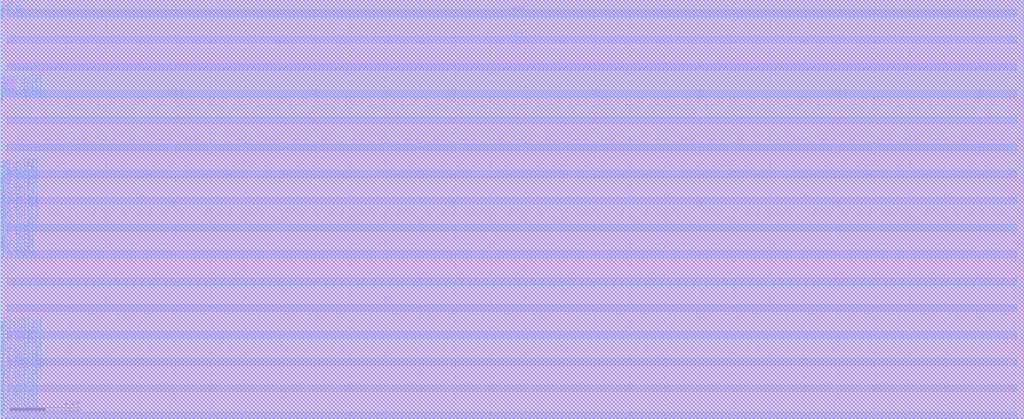
<source format=lef>
# Generated by FakeRAM 2.0
VERSION 5.7 ;
BUSBITCHARS "[]" ;
PROPERTYDEFINITIONS
  MACRO width INTEGER ;
  MACRO depth INTEGER ;
  MACRO banks INTEGER ;
END PROPERTYDEFINITIONS
MACRO fakeram7_64x28
  PROPERTY width 28 ;
  PROPERTY depth 64 ;
  PROPERTY banks 4 ;
  FOREIGN fakeram7_64x28 0 0 ;
  SYMMETRY X Y R90 ;
  SIZE 14.630 BY 6.000 ;
  CLASS BLOCK ;
  PIN rd_out[0]
    DIRECTION OUTPUT ;
    USE SIGNAL ;
    SHAPE ABUTMENT ;
    PORT
      LAYER M4 ;
      RECT 0.000 0.048 0.036 0.072 ;
    END
  END rd_out[0]
  PIN rd_out[1]
    DIRECTION OUTPUT ;
    USE SIGNAL ;
    SHAPE ABUTMENT ;
    PORT
      LAYER M4 ;
      RECT 0.000 0.096 0.036 0.120 ;
    END
  END rd_out[1]
  PIN rd_out[2]
    DIRECTION OUTPUT ;
    USE SIGNAL ;
    SHAPE ABUTMENT ;
    PORT
      LAYER M4 ;
      RECT 0.000 0.144 0.036 0.168 ;
    END
  END rd_out[2]
  PIN rd_out[3]
    DIRECTION OUTPUT ;
    USE SIGNAL ;
    SHAPE ABUTMENT ;
    PORT
      LAYER M4 ;
      RECT 0.000 0.192 0.036 0.216 ;
    END
  END rd_out[3]
  PIN rd_out[4]
    DIRECTION OUTPUT ;
    USE SIGNAL ;
    SHAPE ABUTMENT ;
    PORT
      LAYER M4 ;
      RECT 0.000 0.240 0.036 0.264 ;
    END
  END rd_out[4]
  PIN rd_out[5]
    DIRECTION OUTPUT ;
    USE SIGNAL ;
    SHAPE ABUTMENT ;
    PORT
      LAYER M4 ;
      RECT 0.000 0.288 0.036 0.312 ;
    END
  END rd_out[5]
  PIN rd_out[6]
    DIRECTION OUTPUT ;
    USE SIGNAL ;
    SHAPE ABUTMENT ;
    PORT
      LAYER M4 ;
      RECT 0.000 0.336 0.036 0.360 ;
    END
  END rd_out[6]
  PIN rd_out[7]
    DIRECTION OUTPUT ;
    USE SIGNAL ;
    SHAPE ABUTMENT ;
    PORT
      LAYER M4 ;
      RECT 0.000 0.384 0.036 0.408 ;
    END
  END rd_out[7]
  PIN rd_out[8]
    DIRECTION OUTPUT ;
    USE SIGNAL ;
    SHAPE ABUTMENT ;
    PORT
      LAYER M4 ;
      RECT 0.000 0.432 0.036 0.456 ;
    END
  END rd_out[8]
  PIN rd_out[9]
    DIRECTION OUTPUT ;
    USE SIGNAL ;
    SHAPE ABUTMENT ;
    PORT
      LAYER M4 ;
      RECT 0.000 0.480 0.036 0.504 ;
    END
  END rd_out[9]
  PIN rd_out[10]
    DIRECTION OUTPUT ;
    USE SIGNAL ;
    SHAPE ABUTMENT ;
    PORT
      LAYER M4 ;
      RECT 0.000 0.528 0.036 0.552 ;
    END
  END rd_out[10]
  PIN rd_out[11]
    DIRECTION OUTPUT ;
    USE SIGNAL ;
    SHAPE ABUTMENT ;
    PORT
      LAYER M4 ;
      RECT 0.000 0.576 0.036 0.600 ;
    END
  END rd_out[11]
  PIN rd_out[12]
    DIRECTION OUTPUT ;
    USE SIGNAL ;
    SHAPE ABUTMENT ;
    PORT
      LAYER M4 ;
      RECT 0.000 0.624 0.036 0.648 ;
    END
  END rd_out[12]
  PIN rd_out[13]
    DIRECTION OUTPUT ;
    USE SIGNAL ;
    SHAPE ABUTMENT ;
    PORT
      LAYER M4 ;
      RECT 0.000 0.672 0.036 0.696 ;
    END
  END rd_out[13]
  PIN rd_out[14]
    DIRECTION OUTPUT ;
    USE SIGNAL ;
    SHAPE ABUTMENT ;
    PORT
      LAYER M4 ;
      RECT 0.000 0.720 0.036 0.744 ;
    END
  END rd_out[14]
  PIN rd_out[15]
    DIRECTION OUTPUT ;
    USE SIGNAL ;
    SHAPE ABUTMENT ;
    PORT
      LAYER M4 ;
      RECT 0.000 0.768 0.036 0.792 ;
    END
  END rd_out[15]
  PIN rd_out[16]
    DIRECTION OUTPUT ;
    USE SIGNAL ;
    SHAPE ABUTMENT ;
    PORT
      LAYER M4 ;
      RECT 0.000 0.816 0.036 0.840 ;
    END
  END rd_out[16]
  PIN rd_out[17]
    DIRECTION OUTPUT ;
    USE SIGNAL ;
    SHAPE ABUTMENT ;
    PORT
      LAYER M4 ;
      RECT 0.000 0.864 0.036 0.888 ;
    END
  END rd_out[17]
  PIN rd_out[18]
    DIRECTION OUTPUT ;
    USE SIGNAL ;
    SHAPE ABUTMENT ;
    PORT
      LAYER M4 ;
      RECT 0.000 0.912 0.036 0.936 ;
    END
  END rd_out[18]
  PIN rd_out[19]
    DIRECTION OUTPUT ;
    USE SIGNAL ;
    SHAPE ABUTMENT ;
    PORT
      LAYER M4 ;
      RECT 0.000 0.960 0.036 0.984 ;
    END
  END rd_out[19]
  PIN rd_out[20]
    DIRECTION OUTPUT ;
    USE SIGNAL ;
    SHAPE ABUTMENT ;
    PORT
      LAYER M4 ;
      RECT 0.000 1.008 0.036 1.032 ;
    END
  END rd_out[20]
  PIN rd_out[21]
    DIRECTION OUTPUT ;
    USE SIGNAL ;
    SHAPE ABUTMENT ;
    PORT
      LAYER M4 ;
      RECT 0.000 1.056 0.036 1.080 ;
    END
  END rd_out[21]
  PIN rd_out[22]
    DIRECTION OUTPUT ;
    USE SIGNAL ;
    SHAPE ABUTMENT ;
    PORT
      LAYER M4 ;
      RECT 0.000 1.104 0.036 1.128 ;
    END
  END rd_out[22]
  PIN rd_out[23]
    DIRECTION OUTPUT ;
    USE SIGNAL ;
    SHAPE ABUTMENT ;
    PORT
      LAYER M4 ;
      RECT 0.000 1.152 0.036 1.176 ;
    END
  END rd_out[23]
  PIN rd_out[24]
    DIRECTION OUTPUT ;
    USE SIGNAL ;
    SHAPE ABUTMENT ;
    PORT
      LAYER M4 ;
      RECT 0.000 1.200 0.036 1.224 ;
    END
  END rd_out[24]
  PIN rd_out[25]
    DIRECTION OUTPUT ;
    USE SIGNAL ;
    SHAPE ABUTMENT ;
    PORT
      LAYER M4 ;
      RECT 0.000 1.248 0.036 1.272 ;
    END
  END rd_out[25]
  PIN rd_out[26]
    DIRECTION OUTPUT ;
    USE SIGNAL ;
    SHAPE ABUTMENT ;
    PORT
      LAYER M4 ;
      RECT 0.000 1.296 0.036 1.320 ;
    END
  END rd_out[26]
  PIN rd_out[27]
    DIRECTION OUTPUT ;
    USE SIGNAL ;
    SHAPE ABUTMENT ;
    PORT
      LAYER M4 ;
      RECT 0.000 1.344 0.036 1.368 ;
    END
  END rd_out[27]
  PIN wd_in[0]
    DIRECTION INPUT ;
    USE SIGNAL ;
    SHAPE ABUTMENT ;
    PORT
      LAYER M4 ;
      RECT 0.000 2.304 0.036 2.328 ;
    END
  END wd_in[0]
  PIN wd_in[1]
    DIRECTION INPUT ;
    USE SIGNAL ;
    SHAPE ABUTMENT ;
    PORT
      LAYER M4 ;
      RECT 0.000 2.352 0.036 2.376 ;
    END
  END wd_in[1]
  PIN wd_in[2]
    DIRECTION INPUT ;
    USE SIGNAL ;
    SHAPE ABUTMENT ;
    PORT
      LAYER M4 ;
      RECT 0.000 2.400 0.036 2.424 ;
    END
  END wd_in[2]
  PIN wd_in[3]
    DIRECTION INPUT ;
    USE SIGNAL ;
    SHAPE ABUTMENT ;
    PORT
      LAYER M4 ;
      RECT 0.000 2.448 0.036 2.472 ;
    END
  END wd_in[3]
  PIN wd_in[4]
    DIRECTION INPUT ;
    USE SIGNAL ;
    SHAPE ABUTMENT ;
    PORT
      LAYER M4 ;
      RECT 0.000 2.496 0.036 2.520 ;
    END
  END wd_in[4]
  PIN wd_in[5]
    DIRECTION INPUT ;
    USE SIGNAL ;
    SHAPE ABUTMENT ;
    PORT
      LAYER M4 ;
      RECT 0.000 2.544 0.036 2.568 ;
    END
  END wd_in[5]
  PIN wd_in[6]
    DIRECTION INPUT ;
    USE SIGNAL ;
    SHAPE ABUTMENT ;
    PORT
      LAYER M4 ;
      RECT 0.000 2.592 0.036 2.616 ;
    END
  END wd_in[6]
  PIN wd_in[7]
    DIRECTION INPUT ;
    USE SIGNAL ;
    SHAPE ABUTMENT ;
    PORT
      LAYER M4 ;
      RECT 0.000 2.640 0.036 2.664 ;
    END
  END wd_in[7]
  PIN wd_in[8]
    DIRECTION INPUT ;
    USE SIGNAL ;
    SHAPE ABUTMENT ;
    PORT
      LAYER M4 ;
      RECT 0.000 2.688 0.036 2.712 ;
    END
  END wd_in[8]
  PIN wd_in[9]
    DIRECTION INPUT ;
    USE SIGNAL ;
    SHAPE ABUTMENT ;
    PORT
      LAYER M4 ;
      RECT 0.000 2.736 0.036 2.760 ;
    END
  END wd_in[9]
  PIN wd_in[10]
    DIRECTION INPUT ;
    USE SIGNAL ;
    SHAPE ABUTMENT ;
    PORT
      LAYER M4 ;
      RECT 0.000 2.784 0.036 2.808 ;
    END
  END wd_in[10]
  PIN wd_in[11]
    DIRECTION INPUT ;
    USE SIGNAL ;
    SHAPE ABUTMENT ;
    PORT
      LAYER M4 ;
      RECT 0.000 2.832 0.036 2.856 ;
    END
  END wd_in[11]
  PIN wd_in[12]
    DIRECTION INPUT ;
    USE SIGNAL ;
    SHAPE ABUTMENT ;
    PORT
      LAYER M4 ;
      RECT 0.000 2.880 0.036 2.904 ;
    END
  END wd_in[12]
  PIN wd_in[13]
    DIRECTION INPUT ;
    USE SIGNAL ;
    SHAPE ABUTMENT ;
    PORT
      LAYER M4 ;
      RECT 0.000 2.928 0.036 2.952 ;
    END
  END wd_in[13]
  PIN wd_in[14]
    DIRECTION INPUT ;
    USE SIGNAL ;
    SHAPE ABUTMENT ;
    PORT
      LAYER M4 ;
      RECT 0.000 2.976 0.036 3.000 ;
    END
  END wd_in[14]
  PIN wd_in[15]
    DIRECTION INPUT ;
    USE SIGNAL ;
    SHAPE ABUTMENT ;
    PORT
      LAYER M4 ;
      RECT 0.000 3.024 0.036 3.048 ;
    END
  END wd_in[15]
  PIN wd_in[16]
    DIRECTION INPUT ;
    USE SIGNAL ;
    SHAPE ABUTMENT ;
    PORT
      LAYER M4 ;
      RECT 0.000 3.072 0.036 3.096 ;
    END
  END wd_in[16]
  PIN wd_in[17]
    DIRECTION INPUT ;
    USE SIGNAL ;
    SHAPE ABUTMENT ;
    PORT
      LAYER M4 ;
      RECT 0.000 3.120 0.036 3.144 ;
    END
  END wd_in[17]
  PIN wd_in[18]
    DIRECTION INPUT ;
    USE SIGNAL ;
    SHAPE ABUTMENT ;
    PORT
      LAYER M4 ;
      RECT 0.000 3.168 0.036 3.192 ;
    END
  END wd_in[18]
  PIN wd_in[19]
    DIRECTION INPUT ;
    USE SIGNAL ;
    SHAPE ABUTMENT ;
    PORT
      LAYER M4 ;
      RECT 0.000 3.216 0.036 3.240 ;
    END
  END wd_in[19]
  PIN wd_in[20]
    DIRECTION INPUT ;
    USE SIGNAL ;
    SHAPE ABUTMENT ;
    PORT
      LAYER M4 ;
      RECT 0.000 3.264 0.036 3.288 ;
    END
  END wd_in[20]
  PIN wd_in[21]
    DIRECTION INPUT ;
    USE SIGNAL ;
    SHAPE ABUTMENT ;
    PORT
      LAYER M4 ;
      RECT 0.000 3.312 0.036 3.336 ;
    END
  END wd_in[21]
  PIN wd_in[22]
    DIRECTION INPUT ;
    USE SIGNAL ;
    SHAPE ABUTMENT ;
    PORT
      LAYER M4 ;
      RECT 0.000 3.360 0.036 3.384 ;
    END
  END wd_in[22]
  PIN wd_in[23]
    DIRECTION INPUT ;
    USE SIGNAL ;
    SHAPE ABUTMENT ;
    PORT
      LAYER M4 ;
      RECT 0.000 3.408 0.036 3.432 ;
    END
  END wd_in[23]
  PIN wd_in[24]
    DIRECTION INPUT ;
    USE SIGNAL ;
    SHAPE ABUTMENT ;
    PORT
      LAYER M4 ;
      RECT 0.000 3.456 0.036 3.480 ;
    END
  END wd_in[24]
  PIN wd_in[25]
    DIRECTION INPUT ;
    USE SIGNAL ;
    SHAPE ABUTMENT ;
    PORT
      LAYER M4 ;
      RECT 0.000 3.504 0.036 3.528 ;
    END
  END wd_in[25]
  PIN wd_in[26]
    DIRECTION INPUT ;
    USE SIGNAL ;
    SHAPE ABUTMENT ;
    PORT
      LAYER M4 ;
      RECT 0.000 3.552 0.036 3.576 ;
    END
  END wd_in[26]
  PIN wd_in[27]
    DIRECTION INPUT ;
    USE SIGNAL ;
    SHAPE ABUTMENT ;
    PORT
      LAYER M4 ;
      RECT 0.000 3.600 0.036 3.624 ;
    END
  END wd_in[27]
  PIN addr_in[0]
    DIRECTION INPUT ;
    USE SIGNAL ;
    SHAPE ABUTMENT ;
    PORT
      LAYER M4 ;
      RECT 0.000 4.560 0.036 4.584 ;
    END
  END addr_in[0]
  PIN addr_in[1]
    DIRECTION INPUT ;
    USE SIGNAL ;
    SHAPE ABUTMENT ;
    PORT
      LAYER M4 ;
      RECT 0.000 4.608 0.036 4.632 ;
    END
  END addr_in[1]
  PIN addr_in[2]
    DIRECTION INPUT ;
    USE SIGNAL ;
    SHAPE ABUTMENT ;
    PORT
      LAYER M4 ;
      RECT 0.000 4.656 0.036 4.680 ;
    END
  END addr_in[2]
  PIN addr_in[3]
    DIRECTION INPUT ;
    USE SIGNAL ;
    SHAPE ABUTMENT ;
    PORT
      LAYER M4 ;
      RECT 0.000 4.704 0.036 4.728 ;
    END
  END addr_in[3]
  PIN addr_in[4]
    DIRECTION INPUT ;
    USE SIGNAL ;
    SHAPE ABUTMENT ;
    PORT
      LAYER M4 ;
      RECT 0.000 4.752 0.036 4.776 ;
    END
  END addr_in[4]
  PIN addr_in[5]
    DIRECTION INPUT ;
    USE SIGNAL ;
    SHAPE ABUTMENT ;
    PORT
      LAYER M4 ;
      RECT 0.000 4.800 0.036 4.824 ;
    END
  END addr_in[5]
  PIN we_in
    DIRECTION INPUT ;
    USE SIGNAL ;
    SHAPE ABUTMENT ;
    PORT
      LAYER M4 ;
      RECT 0.000 5.760 0.036 5.784 ;
    END
  END we_in
  PIN ce_in
    DIRECTION INPUT ;
    USE SIGNAL ;
    SHAPE ABUTMENT ;
    PORT
      LAYER M4 ;
      RECT 0.000 5.808 0.036 5.832 ;
    END
  END ce_in
  PIN clk
    DIRECTION INPUT ;
    USE SIGNAL ;
    SHAPE ABUTMENT ;
    PORT
      LAYER M4 ;
      RECT 0.000 5.856 0.036 5.880 ;
    END
  END clk
  PIN VSS
    DIRECTION INOUT ;
    USE GROUND ;
    PORT
      LAYER M4 ;
      RECT 0.096 0.000 14.534 0.096 ;
      RECT 0.096 0.768 14.534 0.864 ;
      RECT 0.096 1.536 14.534 1.632 ;
      RECT 0.096 2.304 14.534 2.400 ;
      RECT 0.096 3.072 14.534 3.168 ;
      RECT 0.096 3.840 14.534 3.936 ;
      RECT 0.096 4.608 14.534 4.704 ;
      RECT 0.096 5.376 14.534 5.472 ;
    END
  END VSS
  PIN VDD
    DIRECTION INOUT ;
    USE POWER ;
    PORT
      LAYER M4 ;
      RECT 0.096 0.384 14.534 0.480 ;
      RECT 0.096 1.152 14.534 1.248 ;
      RECT 0.096 1.920 14.534 2.016 ;
      RECT 0.096 2.688 14.534 2.784 ;
      RECT 0.096 3.456 14.534 3.552 ;
      RECT 0.096 4.224 14.534 4.320 ;
      RECT 0.096 4.992 14.534 5.088 ;
      RECT 0.096 5.760 14.534 5.856 ;
    END
  END VDD
  OBS
    LAYER M1 ;
    RECT 0 0 14.630 6.000 ;
    LAYER M2 ;
    RECT 0 0 14.630 6.000 ;
    LAYER M3 ;
    RECT 0 0 14.630 6.000 ;
    LAYER M4 ;
    RECT 0 0 14.630 6.000 ;
  END
END fakeram7_64x28

END LIBRARY

</source>
